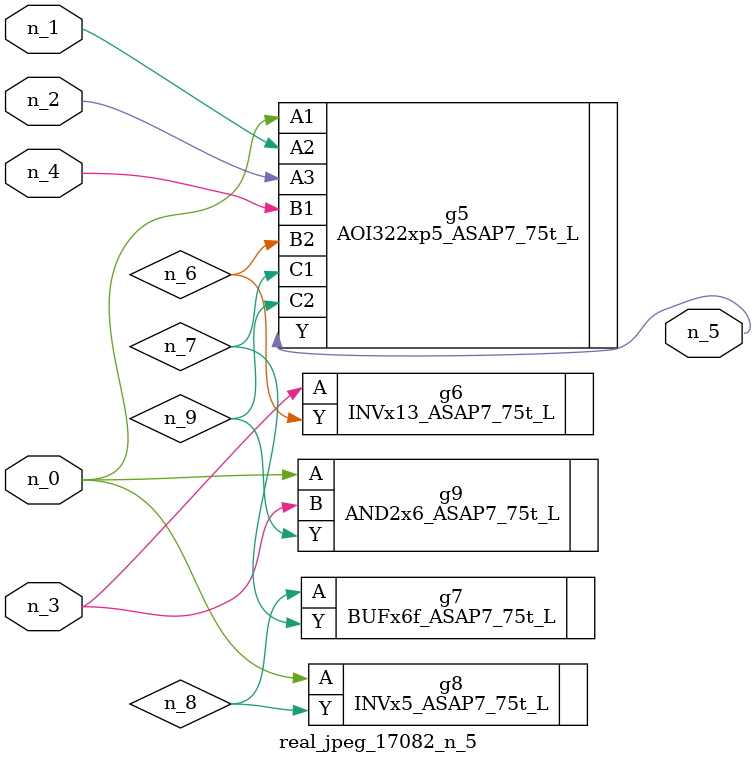
<source format=v>
module real_jpeg_17082_n_5 (n_4, n_0, n_1, n_2, n_3, n_5);

input n_4;
input n_0;
input n_1;
input n_2;
input n_3;

output n_5;

wire n_8;
wire n_6;
wire n_7;
wire n_9;

AOI322xp5_ASAP7_75t_L g5 ( 
.A1(n_0),
.A2(n_1),
.A3(n_2),
.B1(n_4),
.B2(n_6),
.C1(n_7),
.C2(n_9),
.Y(n_5)
);

INVx5_ASAP7_75t_L g8 ( 
.A(n_0),
.Y(n_8)
);

AND2x6_ASAP7_75t_L g9 ( 
.A(n_0),
.B(n_3),
.Y(n_9)
);

INVx13_ASAP7_75t_L g6 ( 
.A(n_3),
.Y(n_6)
);

BUFx6f_ASAP7_75t_L g7 ( 
.A(n_8),
.Y(n_7)
);


endmodule
</source>
